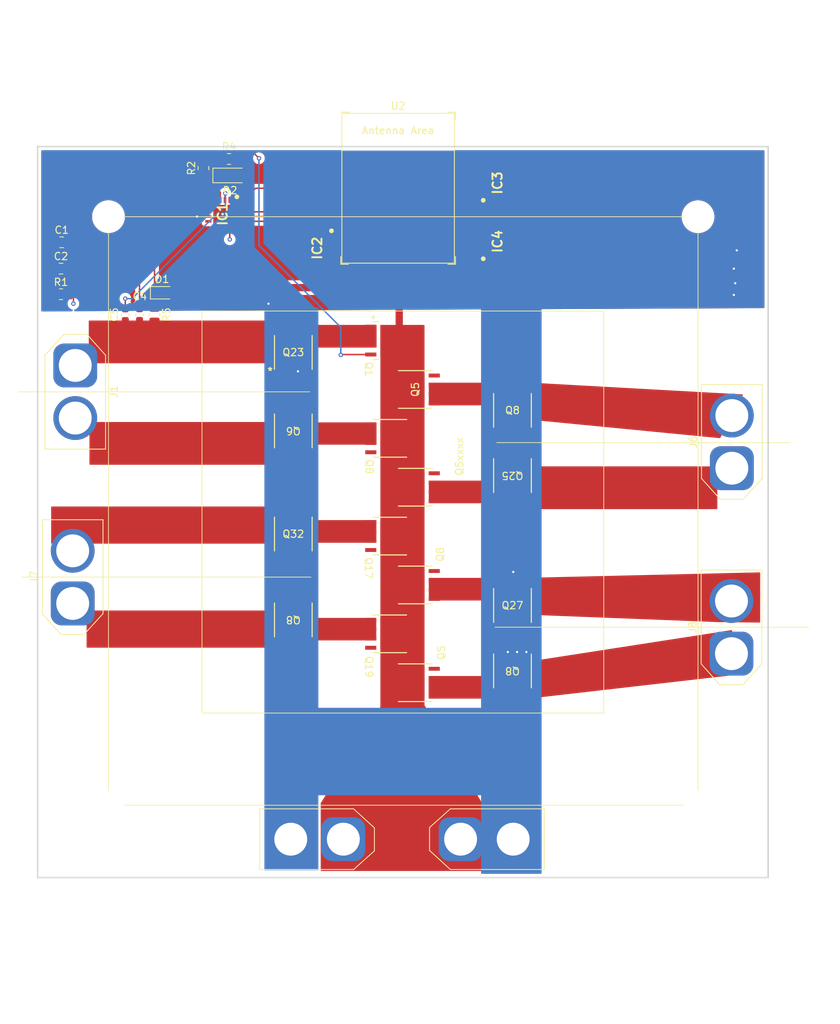
<source format=kicad_pcb>
(kicad_pcb (version 20240108) (generator "pcbnew") (generator_version "8.0")
  (layers (0 "F.Cu" signal) (1 "In1.Cu" signal) (2 "In2.Cu" signal) (31 "B.Cu" signal) (34 "B.Paste" user) (35 "F.Paste" user) (36 "B.SilkS" user "B.Silkscreen") (37 "F.SilkS" user "F.Silkscreen") (38 "B.Mask" user) (39 "F.Mask" user) (44 "Edge.Cuts" user))
  (net 0 "")
  (net 1 "Net-(D1-K)")
  (net 2 "Net-(D2-K)")
  (net 3 "Net-(D4-K)")
  (net 4 "Net-(D5-K)")
  (net 5 "Net-(D6-K)")
  (net 6 "Motor 2 BLI")
  (net 7 "VDD")
  (net 8 "Motor 2 AHI")
  (net 9 "Motor 2 ALI")
  (net 10 "Motor 2 BHI")
  (net 11 "Motor 3 BHI")
  (net 12 "Motor 3 BLI")
  (net 13 "Motor 3 ALI")
  (net 14 "Motor 3 AHI")
  (net 15 "Motor 4 ALI")
  (net 16 "Motor 4 AHI")
  (net 17 "Motor 4 BLI")
  (net 18 "Motor 4 BHI")
  (net 19 "Motor 1 AHI")
  (net 20 "Motor 1 ALI")
  (net 21 "Motor 1 BLI")
  (net 22 "Motor 1 BHI")
  (net 23 "Net-(D3-K)")
  (net 36 "Net-(IC1-AHB)")
  (net 37 "Net-(IC1-BHB)")
  (net 38 "Net-(IC1-EN)")
  (net 40 "GND")
  (net 41 "VBUS")
  (net 42 "/ESP32 Pin Mappings/ESP32 EN")
  (net 43 "Net-(S2-C)")
  (net 44 "+3.3V")
  (net 55 "/AL2/G")
  (net 56 "/AH2/G")
  (net 57 "/AH2/S")
  (net 58 "/AH1/S")
  (net 59 "/AH1/G")
  (net 60 "Net-(IC2-AHB)")
  (net 61 "/BH1/S")
  (net 62 "/BH1/G")
  (net 63 "Net-(IC2-BHB)")
  (net 64 "/BL1/G")
  (net 65 "Net-(D7-K)")
  (net 66 "Net-(D8-K)")
  (net 67 "Net-(D9-K)")
  (net 68 "Net-(D10-K)")
  (net 69 "Net-(D11-K)")
  (net 70 "Net-(D12-K)")
  (net 71 "Net-(IC2-EN)")
  (net 73 "/BH2/S")
  (net 74 "/BH2/G")
  (net 75 "/BL2/G")
  (net 76 "/AH3/S")
  (net 77 "Net-(IC3-AHB)")
  (net 78 "/BH3/S")
  (net 79 "Net-(IC3-BHB)")
  (net 80 "/BL3/G")
  (net 81 "/AL4/G")
  (net 82 "/AH4/S")
  (net 83 "/AH4/G")
  (net 84 "Net-(IC4-AHB)")
  (net 85 "/BH4/G")
  (net 86 "/BH4/S")
  (net 87 "Net-(IC4-BHB)")
  (net 88 "/BL4/G")
  (net 89 "Net-(D13-K)")
  (net 90 "Net-(D14-K)")
  (net 91 "Net-(D15-K)")
  (net 92 "Net-(D16-K)")
  (net 93 "Net-(D17-K)")
  (net 94 "Net-(D18-K)")
  (net 95 "Net-(D19-K)")
  (net 96 "Net-(D20-K)")
  (net 97 "Net-(D21-K)")
  (net 98 "Net-(D22-K)")
  (net 99 "Net-(D23-K)")
  (net 100 "Net-(D24-K)")
  (net 101 "Net-(IC3-EN)")
  (net 104 "Net-(IC4-EN)")
  (net 105 "Net-(D2-A)")
  (footprint "Vishay:PowerPAK_SO-8L_PPKSO8LWLA_Case_Outline_3_VIS" (layer "F.Cu") (at 85 91.7327 180)
    (property "Reference" "Q8" (at 0 0 180) (layer "F.SilkS"))
    (property "Value" "SQJ182EP-T1_GE3")
    (pad "1" smd rect (at -1.905 2.5908 180) (size 0.5334 1.524) (layers "F.Cu" "F.Paste" "F.Mask") (net 40 "GND"))
    (pad "2" smd rect (at -0.635 2.5908 180) (size 0.5334 1.524) (layers "F.Cu" "F.Paste" "F.Mask") (net 40 "GND"))
    (pad "3" smd rect (at 0.635 2.5908 180) (size 0.5334 1.524) (layers "F.Cu" "F.Paste" "F.Mask") (net 40 "GND"))
    (pad "4" smd rect (at 1.905 2.5908 180) (size 0.5334 1.524) (layers "F.Cu" "F.Paste" "F.Mask") (net 88 "/BL4/G"))
    (pad "5" smd rect (at 0 -1.2573 180) (size 4.2418 5.0546) (layers "F.Cu" "F.Paste" "F.Mask") (net 86 "/BH4/S"))
  )
  (footprint "Resistor_SMD:R_0805_2012Metric_Pad1.20x1.40mm_HandSolder" (layer "F.Cu") (at 46.2 21.7 180)
    (property "Reference" "R4" (at 0 1.7 360) (layer "F.SilkS"))
    (property "Value" "6.8R")
    (pad "1" smd roundrect (at -1 0 180) (size 1.2 1.4) (layers "F.Cu" "F.Paste" "F.Mask") (roundrect_rratio 0.208333) (net 105 "Net-(D2-A)"))
    (pad "2" smd roundrect (at 1 0 180) (size 1.2 1.4) (layers "F.Cu" "F.Paste" "F.Mask") (roundrect_rratio 0.208333) (net 59 "/AH1/G"))
  )
  (footprint "Connector_AMASS:AMASS_XT60-M_1x02_P7.20mm_Vertical" (layer "F.Cu") (at 115.03 64 90)
    (property "Reference" "J6" (at 3.6 -5.3 90) (layer "F.SilkS"))
    (property "Value" "Output 1")
    (pad "1" thru_hole roundrect (at 0 0 90) (size 6 6) (drill 4.5) (layers "*.Cu" "*.Mask") (net 73 "/BH2/S"))
    (pad "2" thru_hole circle (at 7.2 0 90) (size 6 6) (drill 4.5) (layers "*.Cu" "*.Mask") (net 57 "/AH2/S"))
  )
  (footprint "MountingHole:MountingHole_4mm" (layer "F.Cu") (at 29.85 110.15 -90)
    (property "Reference" "REF**" (hide yes))
    (property "Value" "MountingHole_4mm")
    (pad "" np_thru_hole circle (at 0 0 270) (size 4 4) (drill 4) (layers "*.Cu" "*.Mask"))
  )
  (footprint "Connector_AMASS:AMASS_XT60-M_1x02_P7.20mm_Vertical" (layer "F.Cu") (at 25.15 49.94 -90)
    (property "Reference" "J1" (at 3.6 -5.3 90) (layer "F.SilkS"))
    (property "Value" "")
    (pad "1" thru_hole roundrect (at 0 0 270) (size 6 6) (drill 4.5) (layers "*.Cu" "*.Mask") (net 58 "/AH1/S"))
    (pad "2" thru_hole circle (at 7.2 0 270) (size 6 6) (drill 4.5) (layers "*.Cu" "*.Mask") (net 61 "/BH1/S"))
  )
  (footprint "Resistor_SMD:R_0805_2012Metric_Pad1.20x1.40mm_HandSolder" (layer "F.Cu") (at 36 43 -90)
    (property "Reference" "R5" (at 0 -1.65 90) (layer "F.SilkS"))
    (property "Value" "3.3R")
    (pad "1" smd roundrect (at -1 0 270) (size 1.2 1.4) (layers "F.Cu" "F.Paste" "F.Mask") (roundrect_rratio 0.208333) (net 1 "Net-(D1-K)"))
    (pad "2" smd roundrect (at 1 0 270) (size 1.2 1.4) (layers "F.Cu" "F.Paste" "F.Mask") (roundrect_rratio 0.208333) (net 58 "/AH1/S"))
  )
  (footprint "Vishay:PowerPAK_SO-8L_PPKSO8LWLA_Case_Outline_3_VIS" (layer "F.Cu") (at 85 56.0873)
    (property "Reference" "Q8" (at 0 0 0) (layer "F.SilkS"))
    (property "Value" "SQJ182EP-T1_GE3")
    (pad "1" smd rect (at -1.905 2.5908) (size 0.5334 1.524) (layers "F.Cu" "F.Paste" "F.Mask") (net 40 "GND"))
    (pad "2" smd rect (at -0.635 2.5908) (size 0.5334 1.524) (layers "F.Cu" "F.Paste" "F.Mask") (net 40 "GND"))
    (pad "3" smd rect (at 0.635 2.5908) (size 0.5334 1.524) (layers "F.Cu" "F.Paste" "F.Mask") (net 40 "GND"))
    (pad "4" smd rect (at 1.905 2.5908) (size 0.5334 1.524) (layers "F.Cu" "F.Paste" "F.Mask") (net 55 "/AL2/G"))
    (pad "5" smd rect (at 0 -1.2573) (size 4.2418 5.0546) (layers "F.Cu" "F.Paste" "F.Mask") (net 57 "/AH2/S"))
  )
  (footprint "Capacitor_SMD:C_0603_1608Metric_Pad1.08x0.95mm_HandSolder" (layer "F.Cu") (at 32 43 -90)
    (property "Reference" "C5" (at 0 1.5 90) (layer "F.SilkS"))
    (property "Value" "10uf")
    (pad "1" smd roundrect (at -0.8625 0 270) (size 1.075 0.95) (layers "F.Cu" "F.Paste" "F.Mask") (net 36 "Net-(IC1-AHB)"))
    (pad "2" smd roundrect (at 0.8625 0 270) (size 1.075 0.95) (layers "F.Cu" "F.Paste" "F.Mask") (net 58 "/AH1/S"))
  )
  (footprint "PCM_Espressif:ESP32-S3-MINI-1" (layer "F.Cu") (at 69.35 28.25)
    (property "Reference" "U2" (at 0 -13.8 0) (layer "F.SilkS"))
    (property "Value" "ESP32-S3-MINI-1")
    (fp_text user "Antenna Area" (at 0 -10.45 0) (layer "F.SilkS"))
    (pad "1" smd rect (at -7 -5.95 90) (size 0.4 0.8) (layers "F.Cu" "F.Paste" "F.Mask") (net 40 "GND"))
    (pad "2" smd rect (at -7 -5.1 90) (size 0.4 0.8) (layers "F.Cu" "F.Paste" "F.Mask") (net 40 "GND"))
    (pad "3" smd rect (at -7 -4.25 90) (size 0.4 0.8) (layers "F.Cu" "F.Paste" "F.Mask") (net 44 "+3.3V"))
    (pad "4" smd rect (at -7 -3.4 90) (size 0.4 0.8) (layers "F.Cu" "F.Paste" "F.Mask") (net 43 "Net-(S2-C)"))
    (pad "5" smd rect (at -7 -2.55 90) (size 0.4 0.8) (layers "F.Cu" "F.Paste" "F.Mask") (net 19 "Motor 1 AHI"))
    (pad "6" smd rect (at -7 -1.7 90) (size 0.4 0.8) (layers "F.Cu" "F.Paste" "F.Mask") (net 20 "Motor 1 ALI"))
    (pad "7" smd rect (at -7 -0.85 90) (size 0.4 0.8) (layers "F.Cu" "F.Paste" "F.Mask") (net 21 "Motor 1 BLI"))
    (pad "8" smd rect (at -7 0 90) (size 0.4 0.8) (layers "F.Cu" "F.Paste" "F.Mask") (net 22 "Motor 1 BHI"))
    (pad "9" smd rect (at -7 0.85 90) (size 0.4 0.8) (layers "F.Cu" "F.Paste" "F.Mask") (net 8 "Motor 2 AHI"))
    (pad "10" smd rect (at -7 1.7 90) (size 0.4 0.8) (layers "F.Cu" "F.Paste" "F.Mask") (net 9 "Motor 2 ALI"))
    (pad "11" smd rect (at -7 2.55 90) (size 0.4 0.8) (layers "F.Cu" "F.Paste" "F.Mask") (net 6 "Motor 2 BLI"))
    (pad "12" smd rect (at -7 3.4 90) (size 0.4 0.8) (layers "F.Cu" "F.Paste" "F.Mask") (net 10 "Motor 2 BHI"))
    (pad "13" smd rect (at -7 4.25 90) (size 0.4 0.8) (layers "F.Cu" "F.Paste" "F.Mask") (net 14 "Motor 3 AHI"))
    (pad "14" smd rect (at -7 5.1 90) (size 0.4 0.8) (layers "F.Cu" "F.Paste" "F.Mask") (net 13 "Motor 3 ALI"))
    (pad "15" smd rect (at -7 5.95 90) (size 0.4 0.8) (layers "F.Cu" "F.Paste" "F.Mask") (net 12 "Motor 3 BLI"))
    (pad "16" smd rect (at -5.95 7) (size 0.4 0.8) (layers "F.Cu" "F.Paste" "F.Mask") (net 11 "Motor 3 BHI"))
    (pad "17" smd rect (at -5.1 7) (size 0.4 0.8) (layers "F.Cu" "F.Paste" "F.Mask") (net 16 "Motor 4 AHI"))
    (pad "18" smd rect (at -4.25 7) (size 0.4 0.8) (layers "F.Cu" "F.Paste" "F.Mask") (net 15 "Motor 4 ALI"))
    (pad "19" smd rect (at -3.4 7) (size 0.4 0.8) (layers "F.Cu" "F.Paste" "F.Mask"))
    (pad "20" smd rect (at -2.55 7) (size 0.4 0.8) (layers "F.Cu" "F.Paste" "F.Mask"))
    (pad "21" smd rect (at -1.7 7) (size 0.4 0.8) (layers "F.Cu" "F.Paste" "F.Mask") (net 17 "Motor 4 BLI"))
    (pad "22" smd rect (at -0.85 7) (size 0.4 0.8) (layers "F.Cu" "F.Paste" "F.Mask") (net 18 "Motor 4 BHI"))
    (pad "23" smd rect (at 0 7) (size 0.4 0.8) (layers "F.Cu" "F.Paste" "F.Mask"))
    (pad "24" smd rect (at 0.85 7) (size 0.4 0.8) (layers "F.Cu" "F.Paste" "F.Mask"))
    (pad "25" smd rect (at 1.7 7) (size 0.4 0.8) (layers "F.Cu" "F.Paste" "F.Mask"))
    (pad "26" smd rect (at 2.55 7) (size 0.4 0.8) (layers "F.Cu" "F.Paste" "F.Mask"))
    (pad "27" smd rect (at 3.4 7) (size 0.4 0.8) (layers "F.Cu" "F.Paste" "F.Mask"))
    (pad "28" smd rect (at 4.25 7) (size 0.4 0.8) (layers "F.Cu" "F.Paste" "F.Mask"))
    (pad "29" smd rect (at 5.1 7) (size 0.4 0.8) (layers "F.Cu" "F.Paste" "F.Mask"))
    (pad "30" smd rect (at 5.95 7) (size 0.4 0.8) (layers "F.Cu" "F.Paste" "F.Mask"))
    (pad "31" smd rect (at 7 5.95 90) (size 0.4 0.8) (layers "F.Cu" "F.Paste" "F.Mask"))
    (pad "32" smd rect (at 7 5.1 90) (size 0.4 0.8) (layers "F.Cu" "F.Paste" "F.Mask"))
    (pad "33" smd rect (at 7 4.25 90) (size 0.4 0.8) (layers "F.Cu" "F.Paste" "F.Mask"))
    (pad "34" smd rect (at 7 3.4 90) (size 0.4 0.8) (layers "F.Cu" "F.Paste" "F.Mask"))
    (pad "35" smd rect (at 7 2.55 90) (size 0.4 0.8) (layers "F.Cu" "F.Paste" "F.Mask"))
    (pad "36" smd rect (at 7 1.7 90) (size 0.4 0.8) (layers "F.Cu" "F.Paste" "F.Mask"))
    (pad "37" smd rect (at 7 0.85 90) (size 0.4 0.8) (layers "F.Cu" "F.Paste" "F.Mask"))
    (pad "38" smd rect (at 7 0 90) (size 0.4 0.8) (layers "F.Cu" "F.Paste" "F.Mask"))
    (pad "39" smd rect (at 7 -0.85 90) (size 0.4 0.8) (layers "F.Cu" "F.Paste" "F.Mask"))
    (pad "40" smd rect (at 7 -1.7 90) (size 0.4 0.8) (layers "F.Cu" "F.Paste" "F.Mask"))
    (pad "41" smd rect (at 7 -2.55 90) (size 0.4 0.8) (layers "F.Cu" "F.Paste" "F.Mask"))
    (pad "42" smd rect (at 7 -3.4 90) (size 0.4 0.8) (layers "F.Cu" "F.Paste" "F.Mask") (net 40 "GND"))
    (pad "43" smd rect (at 7 -4.25 90) (size 0.4 0.8) (layers "F.Cu" "F.Paste" "F.Mask") (net 40 "GND"))
    (pad "44" smd rect (at 7 -5.1 90) (size 0.4 0.8) (layers "F.Cu" "F.Paste" "F.Mask"))
    (pad "45" smd rect (at 7 -5.95 90) (size 0.4 0.8) (layers "F.Cu" "F.Paste" "F.Mask") (net 42 "/ESP32 Pin Mappings/ESP32 EN"))
    (pad "46" smd rect (at 5.95 -7) (size 0.4 0.8) (layers "F.Cu" "F.Paste" "F.Mask") (net 40 "GND"))
    (pad "47" smd rect (at 5.1 -7) (size 0.4 0.8) (layers "F.Cu" "F.Paste" "F.Mask") (net 40 "GND"))
    (pad "48" smd rect (at 4.25 -7) (size 0.4 0.8) (layers "F.Cu" "F.Paste" "F.Mask") (net 40 "GND"))
    (pad "49" smd rect (at 3.4 -7) (size 0.4 0.8) (layers "F.Cu" "F.Paste" "F.Mask") (net 40 "GND"))
    (pad "50" smd rect (at 2.55 -7) (size 0.4 0.8) (layers "F.Cu" "F.Paste" "F.Mask") (net 40 "GND"))
    (pad "51" smd rect (at 1.7 -7) (size 0.4 0.8) (layers "F.Cu" "F.Paste" "F.Mask") (net 40 "GND"))
    (pad "52" smd rect (at 0.85 -7) (size 0.4 0.8) (layers "F.Cu" "F.Paste" "F.Mask") (net 40 "GND"))
    (pad "53" smd rect (at 0 -7) (size 0.4 0.8) (layers "F.Cu" "F.Paste" "F.Mask") (net 40 "GND"))
    (pad "54" smd rect (at -0.85 -7) (size 0.4 0.8) (layers "F.Cu" "F.Paste" "F.Mask") (net 40 "GND"))
    (pad "55" smd rect (at -1.7 -7) (size 0.4 0.8) (layers "F.Cu" "F.Paste" "F.Mask") (net 40 "GND"))
    (pad "56" smd rect (at -2.55 -7) (size 0.4 0.8) (layers "F.Cu" "F.Paste" "F.Mask") (net 40 "GND"))
    (pad "57" smd rect (at -3.4 -7) (size 0.4 0.8) (layers "F.Cu" "F.Paste" "F.Mask") (net 40 "GND"))
    (pad "58" smd rect (at -4.25 -7) (size 0.4 0.8) (layers "F.Cu" "F.Paste" "F.Mask") (net 40 "GND"))
    (pad "59" smd rect (at -5.1 -7) (size 0.4 0.8) (layers "F.Cu" "F.Paste" "F.Mask") (net 40 "GND"))
    (pad "60" smd rect (at -5.95 -7) (size 0.4 0.8) (layers "F.Cu" "F.Paste" "F.Mask") (net 40 "GND"))
    (pad "61" smd custom (at -1.65 -1.65) (size 0.6 0.6) (layers "F.Cu" "F.Paste" "F.Mask") (net 40 "GND") (options (clearance outline) (anchor rect)) (primitives (gr_poly (pts (xy 0.6 0.6) (xy -0.6 0.6) (xy -0.6 0) (xy 0 -0.6) (xy 0.6 -0.6)) (width 0) (fill yes))))
    (pad "61" smd rect (at -1.65 0) (size 1.2 1.2) (layers "F.Cu" "F.Paste" "F.Mask") (net 40 "GND"))
    (pad "61" smd rect (at -1.65 1.65) (size 1.2 1.2) (layers "F.Cu" "F.Paste" "F.Mask") (net 40 "GND"))
    (pad "61" smd rect (at 0 -1.65) (size 1.2 1.2) (layers "F.Cu" "F.Paste" "F.Mask") (net 40 "GND"))
    (pad "61" smd rect (at 0 0) (size 1.2 1.2) (layers "F.Cu" "F.Paste" "F.Mask") (net 40 "GND"))
    (pad "61" smd rect (at 0 1.65) (size 1.2 1.2) (layers "F.Cu" "F.Paste" "F.Mask") (net 40 "GND"))
    (pad "61" smd rect (at 1.65 -1.65) (size 1.2 1.2) (layers "F.Cu" "F.Paste" "F.Mask") (net 40 "GND"))
    (pad "61" smd rect (at 1.65 0) (size 1.2 1.2) (layers "F.Cu" "F.Paste" "F.Mask") (net 40 "GND"))
    (pad "61" smd rect (at 1.65 1.65) (size 1.2 1.2) (layers "F.Cu" "F.Paste" "F.Mask") (net 40 "GND"))
    (pad "62" smd rect (at -7 -7 180) (size 0.8 0.8) (layers "F.Cu" "F.Paste" "F.Mask") (net 40 "GND"))
    (pad "63" smd rect (at -7 7 180) (size 0.8 0.8) (layers "F.Cu" "F.Paste" "F.Mask") (net 40 "GND"))
    (pad "64" smd rect (at 7 7 180) (size 0.8 0.8) (layers "F.Cu" "F.Paste" "F.Mask") (net 40 "GND"))
    (pad "65" smd rect (at 7 -7 180) (size 0.8 0.8) (layers "F.Cu" "F.Paste" "F.Mask") (net 40 "GND"))
    (zone (net 0) (net_name "") (layers "*.Cu") (name "antenna keepout") (connect_pads (clearance 0)) (min_thickness 0.254)
      (keepout (tracks not_allowed) (vias not_allowed) (pads not_allowed) (copperpour not_allowed) (footprints not_allowed))
      (fill (thermal_gap 0.508) (thermal_bridge_width 0.508))
      (polygon (pts (xy 77.05 20.55) (xy 61.65 20.55) (xy 61.65 15.45) (xy 77.05 15.45)))
    )
  )
  (footprint "Capacitor_SMD:C_0805_2012Metric" (layer "F.Cu") (at 23.2 36.7)
    (property "Reference" "C2" (at 0 -1.68 360) (layer "F.SilkS"))
    (property "Value" "1uf")
    (pad "1" smd roundrect (at -0.95 0) (size 1 1.45) (layers "F.Cu" "F.Paste" "F.Mask") (net 7 "VDD"))
    (pad "2" smd roundrect (at 0.95 0) (size 1 1.45) (layers "F.Cu" "F.Paste" "F.Mask") (net 40 "GND"))
  )
  (footprint "Connector_AMASS:AMASS_XT60-M_1x02_P7.20mm_Vertical" (layer "F.Cu") (at 114.98 89.37 90)
    (property "Reference" "J8" (at 3.6 -5.3 90) (layer "F.SilkS"))
    (property "Value" "Output 1")
    (pad "1" thru_hole roundrect (at 0 0 90) (size 6 6) (drill 4.5) (layers "*.Cu" "*.Mask") (net 86 "/BH4/S"))
    (pad "2" thru_hole circle (at 7.2 0 90) (size 6 6) (drill 4.5) (layers "*.Cu" "*.Mask") (net 82 "/AH4/S"))
  )
  (footprint "Capacitor_SMD:C_0805_2012Metric" (layer "F.Cu") (at 23.3 33.1)
    (property "Reference" "C1" (at 0 -1.68 0) (layer "F.SilkS"))
    (property "Value" "10uf")
    (pad "1" smd roundrect (at -0.95 0) (size 1 1.45) (layers "F.Cu" "F.Paste" "F.Mask") (net 7 "VDD"))
    (pad "2" smd roundrect (at 0.95 0) (size 1 1.45) (layers "F.Cu" "F.Paste" "F.Mask") (net 40 "GND"))
  )
  (footprint "SamacSys_Parts:QFN65P400X400X90-17N-D" (layer "F.Cu") (at 58.275 33.9 -90)
    (property "Reference" "IC2" (at 0 0 90) (layer "F.SilkS") (effects (font (size 1.27 1.27) (thickness 0.254))))
    (property "Value" "MIC4606-1YML-TR" (hide yes))
    (pad "1" smd rect (at -1.95 -0.975) (size 0.35 0.85) (layers "F.Cu" "F.Paste" "F.Mask"))
    (pad "2" smd rect (at -1.95 -0.325) (size 0.35 0.85) (layers "F.Cu" "F.Paste" "F.Mask") (net 60 "Net-(IC2-AHB)"))
    (pad "3" smd rect (at -1.95 0.325) (size 0.35 0.85) (layers "F.Cu" "F.Paste" "F.Mask") (net 66 "Net-(D8-K)"))
    (pad "4" smd rect (at -1.95 0.975) (size 0.35 0.85) (layers "F.Cu" "F.Paste" "F.Mask") (net 65 "Net-(D7-K)"))
    (pad "5" smd rect (at -0.975 1.95 270) (size 0.35 0.85) (layers "F.Cu" "F.Paste" "F.Mask") (net 67 "Net-(D9-K)"))
    (pad "6" smd rect (at -0.325 1.95 270) (size 0.35 0.85) (layers "F.Cu" "F.Paste" "F.Mask") (net 7 "VDD"))
    (pad "7" smd rect (at 0.325 1.95 270) (size 0.35 0.85) (layers "F.Cu" "F.Paste" "F.Mask") (net 40 "GND"))
    (pad "8" smd rect (at 0.975 1.95 270) (size 0.35 0.85) (layers "F.Cu" "F.Paste" "F.Mask") (net 69 "Net-(D11-K)"))
    (pad "9" smd rect (at 1.95 0.975) (size 0.35 0.85) (layers "F.Cu" "F.Paste" "F.Mask") (net 70 "Net-(D12-K)"))
    (pad "10" smd rect (at 1.95 0.325) (size 0.35 0.85) (layers "F.Cu" "F.Paste" "F.Mask") (net 68 "Net-(D10-K)"))
    (pad "11" smd rect (at 1.95 -0.325) (size 0.35 0.85) (layers "F.Cu" "F.Paste" "F.Mask") (net 63 "Net-(IC2-BHB)"))
    (pad "12" smd rect (at 1.95 -0.975) (size 0.35 0.85) (layers "F.Cu" "F.Paste" "F.Mask") (net 71 "Net-(IC2-EN)"))
    (pad "13" smd rect (at 0.975 -1.95 270) (size 0.35 0.85) (layers "F.Cu" "F.Paste" "F.Mask") (net 10 "Motor 2 BHI"))
    (pad "14" smd rect (at 0.325 -1.95 270) (size 0.35 0.85) (layers "F.Cu" "F.Paste" "F.Mask") (net 6 "Motor 2 BLI"))
    (pad "15" smd rect (at -0.325 -1.95 270) (size 0.35 0.85) (layers "F.Cu" "F.Paste" "F.Mask") (net 9 "Motor 2 ALI"))
    (pad "16" smd rect (at -0.975 -1.95 270) (size 0.35 0.85) (layers "F.Cu" "F.Paste" "F.Mask") (net 8 "Motor 2 AHI"))
    (pad "17" smd rect (at 0 0 270) (size 2.55 2.55) (layers "F.Cu" "F.Paste" "F.Mask") (net 40 "GND"))
  )
  (footprint "Vishay:PowerPAK_SO-8L_PPKSO8LWLA_Case_Outline_3_VIS" (layer "F.Cu") (at 68.1908 73.285714 -90)
    (property "Reference" "Q17" (at 4.374286 2.8908 -90) (layer "F.SilkS"))
    (property "Value" "SQJ182EP-T1_GE3")
    (pad "1" smd rect (at -1.905 2.5908 270) (size 0.5334 1.524) (layers "F.Cu" "F.Paste" "F.Mask") (net 61 "/BH1/S"))
    (pad "2" smd rect (at -0.635 2.5908 270) (size 0.5334 1.524) (layers "F.Cu" "F.Paste" "F.Mask") (net 61 "/BH1/S"))
    (pad "3" smd rect (at 0.635 2.5908 270) (size 0.5334 1.524) (layers "F.Cu" "F.Paste" "F.Mask") (net 61 "/BH1/S"))
    (pad "4" smd rect (at 1.905 2.5908 270) (size 0.5334 1.524) (layers "F.Cu" "F.Paste" "F.Mask") (net 62 "/BH1/G"))
    (pad "5" smd rect (at 0 -1.2573 270) (size 4.2418 5.0546) (layers "F.Cu" "F.Paste" "F.Mask") (net 41 "VBUS"))
  )
  (footprint "Vishay:PowerPAK_SO-8L_PPKSO8LWLA_Case_Outline_3_VIS" (layer "F.Cu") (at 71.7 53.228572 90)
    (property "Reference" "Q5" (at 0 0 90) (layer "F.SilkS"))
    (property "Value" "SQJ182EP-T1_GE3")
    (pad "1" smd rect (at -1.905 2.5908 90) (size 0.5334 1.524) (layers "F.Cu" "F.Paste" "F.Mask") (net 57 "/AH2/S"))
    (pad "2" smd rect (at -0.635 2.5908 90) (size 0.5334 1.524) (layers "F.Cu" "F.Paste" "F.Mask") (net 57 "/AH2/S"))
    (pad "3" smd rect (at 0.635 2.5908 90) (size 0.5334 1.524) (layers "F.Cu" "F.Paste" "F.Mask") (net 57 "/AH2/S"))
    (pad "4" smd rect (at 1.905 2.5908 90) (size 0.5334 1.524) (layers "F.Cu" "F.Paste" "F.Mask") (net 56 "/AH2/G"))
    (pad "5" smd rect (at 0 -1.2573 90) (size 4.2418 5.0546) (layers "F.Cu" "F.Paste" "F.Mask") (net 41 "VBUS"))
  )
  (footprint "Capacitor_SMD:C_0603_1608Metric_Pad1.08x0.95mm_HandSolder" (layer "F.Cu") (at 33.95 42.9875 -90)
    (property "Reference" "C4" (at -2.4875 -0.05 180) (layer "F.SilkS"))
    (property "Value" "4700pF")
    (pad "1" smd roundrect (at -0.8625 0 270) (size 1.075 0.95) (layers "F.Cu" "F.Paste" "F.Mask") (net 59 "/AH1/G"))
    (pad "2" smd roundrect (at 0.8625 0 270) (size 1.075 0.95) (layers "F.Cu" "F.Paste" "F.Mask") (net 58 "/AH1/S"))
  )
  (footprint "SamacSys_Parts:QFN65P400X400X90-17N-D" (layer "F.Cu") (at 82.95 24.975 90)
    (property "Reference" "IC3" (at 0 0 90) (layer "F.SilkS") (effects (font (size 1.27 1.27) (thickness 0.254))))
    (property "Value" "MIC4606-1YML-TR" (hide yes))
    (pad "1" smd rect (at -1.95 -0.975 180) (size 0.35 0.85) (layers "F.Cu" "F.Paste" "F.Mask"))
    (pad "2" smd rect (at -1.95 -0.325 180) (size 0.35 0.85) (layers "F.Cu" "F.Paste" "F.Mask") (net 77 "Net-(IC3-AHB)"))
    (pad "3" smd rect (at -1.95 0.325 180) (size 0.35 0.85) (layers "F.Cu" "F.Paste" "F.Mask") (net 90 "Net-(D14-K)"))
    (pad "4" smd rect (at -1.95 0.975 180) (size 0.35 0.85) (layers "F.Cu" "F.Paste" "F.Mask") (net 89 "Net-(D13-K)"))
    (pad "5" smd rect (at -0.975 1.95 90) (size 0.35 0.85) (layers "F.Cu" "F.Paste" "F.Mask") (net 91 "Net-(D15-K)"))
    (pad "6" smd rect (at -0.325 1.95 90) (size 0.35 0.85) (layers "F.Cu" "F.Paste" "F.Mask") (net 7 "VDD"))
    (pad "7" smd rect (at 0.325 1.95 90) (size 0.35 0.85) (layers "F.Cu" "F.Paste" "F.Mask") (net 40 "GND"))
    (pad "8" smd rect (at 0.975 1.95 90) (size 0.35 0.85) (layers "F.Cu" "F.Paste" "F.Mask") (net 93 "Net-(D17-K)"))
    (pad "9" smd rect (at 1.95 0.975 180) (size 0.35 0.85) (layers "F.Cu" "F.Paste" "F.Mask") (net 94 "Net-(D18-K)"))
    (pad "10" smd rect (at 1.95 0.325 180) (size 0.35 0.85) (layers "F.Cu" "F.Paste" "F.Mask") (net 92 "Net-(D16-K)"))
    (pad "11" smd rect (at 1.95 -0.325 180) (size 0.35 0.85) (layers "F.Cu" "F.Paste" "F.Mask") (net 79 "Net-(IC3-BHB)"))
    (pad "12" smd rect (at 1.95 -0.975 180) (size 0.35 0.85) (layers "F.Cu" "F.Paste" "F.Mask") (net 101 "Net-(IC3-EN)"))
    (pad "13" smd rect (at 0.975 -1.95 90) (size 0.35 0.85) (layers "F.Cu" "F.Paste" "F.Mask") (net 11 "Motor 3 BHI"))
    (pad "14" smd rect (at 0.325 -1.95 90) (size 0.35 0.85) (layers "F.Cu" "F.Paste" "F.Mask") (net 12 "Motor 3 BLI"))
    (pad "15" smd rect (at -0.325 -1.95 90) (size 0.35 0.85) (layers "F.Cu" "F.Paste" "F.Mask") (net 13 "Motor 3 ALI"))
    (pad "16" smd rect (at -0.975 -1.95 90) (size 0.35 0.85) (layers "F.Cu" "F.Paste" "F.Mask") (net 14 "Motor 3 AHI"))
    (pad "17" smd rect (at 0 0 90) (size 2.55 2.55) (layers "F.Cu" "F.Paste" "F.Mask") (net 40 "GND"))
  )
  (footprint "MountingHole:MountingHole_4mm" (layer "F.Cu") (at 110.4 29.6 -90)
    (property "Reference" "REF**" (hide yes))
    (property "Value" "MountingHole_4mm")
    (pad "" np_thru_hole circle (at 0 0 270) (size 4 4) (drill 4) (layers "*.Cu" "*.Mask"))
  )
  (footprint "Resistor_SMD:R_0805_2012Metric_Pad1.20x1.40mm_HandSolder" (layer "F.Cu") (at 42.7 22.95 90)
    (property "Reference" "R2" (at 0 -1.65 90) (layer "F.SilkS"))
    (property "Value" "18R")
    (pad "1" smd roundrect (at -1 0 90) (size 1.2 1.4) (layers "F.Cu" "F.Paste" "F.Mask") (roundrect_rratio 0.208333) (net 2 "Net-(D2-K)"))
    (pad "2" smd roundrect (at 1 0 90) (size 1.2 1.4) (layers "F.Cu" "F.Paste" "F.Mask") (roundrect_rratio 0.208333) (net 59 "/AH1/G"))
  )
  (footprint "Diode_SMD:D_SOD-323" (layer "F.Cu") (at 37.05 40)
    (property "Reference" "D1" (at 0 -1.85 360) (layer "F.SilkS"))
    (property "Value" "BAS316")
    (pad "1" smd roundrect (at -1.05 0) (size 0.6 0.45) (layers "F.Cu" "F.Paste" "F.Mask") (net 1 "Net-(D1-K)"))
    (pad "2" smd roundrect (at 1.05 0) (size 0.6 0.45) (layers "F.Cu" "F.Paste" "F.Mask") (net 40 "GND"))
  )
  (footprint "MountingHole:MountingHole_4mm" (layer "F.Cu") (at 29.7 29.59 -90)
    (property "Reference" "REF**" (hide yes))
    (property "Value" "MountingHole_4mm")
    (pad "" np_thru_hole circle (at 0 0 270) (size 4 4) (drill 4) (layers "*.Cu" "*.Mask"))
  )
  (footprint "Vishay:PowerPAK_SO-8L_PPKSO8LWLA_Case_Outline_3_VIS" (layer "F.Cu") (at 68.2 59.914286 -90)
    (property "Reference" "Q8" (at 3.875714 2.78 -90) (layer "F.SilkS"))
    (property "Value" "SQJ182EP-T1_GE3")
    (pad "1" smd rect (at -1.905 2.5908 270) (size 0.5334 1.524) (layers "F.Cu" "F.Paste" "F.Mask") (net 61 "/BH1/S"))
    (pad "2" smd rect (at -0.635 2.5908 270) (size 0.5334 1.524) (layers "F.Cu" "F.Paste" "F.Mask") (net 61 "/BH1/S"))
    (pad "3" smd rect (at 0.635 2.5908 270) (size 0.5334 1.524) (layers "F.Cu" "F.Paste" "F.Mask") (net 61 "/BH1/S"))
    (pad "4" smd rect (at 1.905 2.5908 270) (size 0.5334 1.524) (layers "F.Cu" "F.Paste" "F.Mask") (net 62 "/BH1/G"))
    (pad "5" smd rect (at 0 -1.2573 270) (size 4.2418 5.0546) (layers "F.Cu" "F.Paste" "F.Mask") (net 41 "VBUS"))
  )
  (footprint "Vishay:PowerPAK_SO-8L_PPKSO8LWLA_Case_Outline_3_VIS" (layer "F.Cu") (at 71.7 79.971428 90)
    (property "Reference" "Q8" (at 4.191428 3.41 90) (layer "F.SilkS"))
    (property "Value" "SQJ182EP-T1_GE3")
    (pad "1" smd rect (at -1.905 2.5908 90) (size 0.5334 1.524) (layers "F.Cu" "F.Paste" "F.Mask") (net 82 "/AH4/S"))
    (pad "2" smd rect (at -0.635 2.5908 90) (size 0.5334 1.524) (layers "F.Cu" "F.Paste" "F.Mask") (net 82 "/AH4/S"))
    (pad "3" smd rect (at 0.635 2.5908 90) (size 0.5334 1.524) (layers "F.Cu" "F.Paste" "F.Mask") (net 82 "/AH4/S"))
    (pad "4" smd rect (at 1.905 2.5908 90) (size 0.5334 1.524) (layers "F.Cu" "F.Paste" "F.Mask") (net 83 "/AH4/G"))
    (pad "5" smd rect (at 0 -1.2573 90) (size 4.2418 5.0546) (layers "F.Cu" "F.Paste" "F.Mask") (net 41 "VBUS"))
  )
  (footprint "Connector_AMASS:AMASS_XT60-M_1x02_P7.20mm_Vertical" (layer "F.Cu") (at 77.9 114.75)
    (property "Reference" "xxx" (hide yes))
    (property "Value" "")
    (pad "1" thru_hole roundrect (at 0 0) (size 6 6) (drill 4.5) (layers "*.Cu" "*.Mask"))
    (pad "2" thru_hole circle (at 7.2 0) (size 6 6) (drill 4.5) (layers "*.Cu" "*.Mask") (net 40 "GND"))
  )
  (footprint "Vishay:PowerPAK_SO-8L_PPKSO8LWLA_Case_Outline_3_VIS" (layer "F.Cu") (at 71.7 93.342858 90)
    (property "Reference" "Q5" (at 4.102858 3.57 90) (layer "F.SilkS"))
    (property "Value" "SQJ182EP-T1_GE3")
    (pad "1" smd rect (at -1.905 2.5908 90) (size 0.5334 1.524) (layers "F.Cu" "F.Paste" "F.Mask") (net 86 "/BH4/S"))
    (pad "2" smd rect (at -0.635 2.5908 90) (size 0.5334 1.524) (layers "F.Cu" "F.Paste" "F.Mask") (net 86 "/BH4/S"))
    (pad "3" smd rect (at 0.635 2.5908 90) (size 0.5334 1.524) (layers "F.Cu" "F.Paste" "F.Mask") (net 86 "/BH4/S"))
    (pad "4" smd rect (at 1.905 2.5908 90) (size 0.5334 1.524) (layers "F.Cu" "F.Paste" "F.Mask") (net 85 "/BH4/G"))
    (pad "5" smd rect (at 0 -1.2573 90) (size 4.2418 5.0546) (layers "F.Cu" "F.Paste" "F.Mask") (net 41 "VBUS"))
  )
  (footprint "Vishay:PowerPAK_SO-8L_PPKSO8LWLA_Case_Outline_3_VIS" (layer "F.Cu") (at 85 65.0127 180)
    (property "Reference" "Q25" (at 0 0 180) (layer "F.SilkS"))
    (property "Value" "SQJ182EP-T1_GE3")
    (pad "1" smd rect (at -1.905 2.5908 180) (size 0.5334 1.524) (layers "F.Cu" "F.Paste" "F.Mask") (net 40 "GND"))
    (pad "2" smd rect (at -0.635 2.5908 180) (size 0.5334 1.524) (layers "F.Cu" "F.Paste" "F.Mask") (net 40 "GND"))
    (pad "3" smd rect (at 0.635 2.5908 180) (size 0.5334 1.524) (layers "F.Cu" "F.Paste" "F.Mask") (net 40 "GND"))
    (pad "4" smd rect (at 1.905 2.5908 180) (size 0.5334 1.524) (layers "F.Cu" "F.Paste" "F.Mask") (net 75 "/BL2/G"))
    (pad "5" smd rect (at 0 -1.2573 180) (size 4.2418 5.0546) (layers "F.Cu" "F.Paste" "F.Mask") (net 73 "/BH2/S"))
  )
  (footprint "Vishay:PowerPAK_SO-8L_PPKSO8LWLA_Case_Outline_3_VIS" (layer "F.Cu") (at 68.2 46.542858 -90)
    (property "Reference" "Q1" (at 3.897142 2.86 -90) (layer "F.SilkS"))
    (property "Value" "SQJ182EP-T1_GE3")
    (fp_text user "*" (at -3.175 2.5908 -90) (layer "F.SilkS"))
    (pad "1" smd rect (at -1.905 2.5908 270) (size 0.5334 1.524) (layers "F.Cu" "F.Paste" "F.Mask") (net 58 "/AH1/S"))
    (pad "2" smd rect (at -0.635 2.5908 270) (size 0.5334 1.524) (layers "F.Cu" "F.Paste" "F.Mask") (net 58 "/AH1/S"))
    (pad "3" smd rect (at 0.635 2.5908 270) (size 0.5334 1.524) (layers "F.Cu" "F.Paste" "F.Mask") (net 58 "/AH1/S"))
    (pad "4" smd rect (at 1.905 2.5908 270) (size 0.5334 1.524) (layers "F.Cu" "F.Paste" "F.Mask") (net 59 "/AH1/G"))
    (pad "5" smd rect (at 0 -1.2573 270) (size 4.2418 5.0546) (layers "F.Cu" "F.Paste" "F.Mask") (net 41 "VBUS"))
  )
  (footprint "Vishay:PowerPAK_SO-8L_PPKSO8LWLA_Case_Outline_3_VIS" (layer "F.Cu") (at 55 48.1573)
    (property "Reference" "Q23" (at 0 0 0) (layer "F.SilkS"))
    (property "Value" "SQJ182EP-T1_GE3")
    (fp_text user "*" (at -3.175 2.5908 0) (layer "F.SilkS"))
    (fp_text user "*" (at -3.175 2.5908 0) (layer "F.SilkS"))
    (pad "1" smd rect (at -1.905 2.5908) (size 0.5334 1.524) (layers "F.Cu" "F.Paste" "F.Mask") (net 40 "GND"))
    (pad "2" smd rect (at -0.635 2.5908) (size 0.5334 1.524) (layers "F.Cu" "F.Paste" "F.Mask") (net 40 "GND"))
    (pad "3" smd rect (at 0.635 2.5908) (size 0.5334 1.524) (layers "F.Cu" "F.Paste" "F.Mask") (net 40 "GND"))
    (pad "4" smd rect (at 1.905 2.5908) (size 0.5334 1.524) (layers "F.Cu" "F.Paste" "F.Mask") (net 55 "/AL2/G"))
    (pad "5" smd rect (at 0 -1.2573) (size 4.2418 5.0546) (layers "F.Cu" "F.Paste" "F.Mask") (net 57 "/AH2/S"))
  )
  (footprint "Vishay:PowerPAK_SO-8L_PPKSO8LWLA_Case_Outline_3_VIS" (layer "F.Cu") (at 55 58.9008 180)
    (property "Reference" "Q6" (at 0 0 180) (layer "F.SilkS"))
    (property "Value" "SQJ182EP-T1_GE3")
    (pad "1" smd rect (at -1.905 2.5908 180) (size 0.5334 1.524) (layers "F.Cu" "F.Paste" "F.Mask") (net 40 "GND"))
    (pad "2" smd rect (at -0.635 2.5908 180) (size 0.5334 1.524) (layers "F.Cu" "F.Paste" "F.Mask") (net 40 "GND"))
    (pad "3" smd rect (at 0.635 2.5908 180) (size 0.5334 1.524) (layers "F.Cu" "F.Paste" "F.Mask") (net 40 "GND"))
    (pad "4" smd rect (at 1.905 2.5908 180) (size 0.5334 1.524) (layers "F.Cu" "F.Paste" "F.Mask") (net 64 "/BL1/G"))
    (pad "5" smd rect (at 0 -1.3573 180) (size 4.2418 5.0546) (layers "F.Cu" "F.Paste" "F.Mask") (net 61 "/BH1/S"))
  )
  (footprint "SamacSys_Parts:QFN65P400X400X90-17N-D" (layer "F.Cu") (at 82.95 32.975 90)
    (property "Reference" "IC4" (at 0 0 90) (layer "F.SilkS") (effects (font (size 1.27 1.27) (thickness 0.254))))
    (property "Value" "MIC4606-1YML-TR" (hide yes))
    (pad "1" smd rect (at -1.95 -0.975 180) (size 0.35 0.85) (layers "F.Cu" "F.Paste" "F.Mask"))
    (pad "2" smd rect (at -1.95 -0.325 180) (size 0.35 0.85) (layers "F.Cu" "F.Paste" "F.Mask") (net 84 "Net-(IC4-AHB)"))
    (pad "3" smd rect (at -1.95 0.325 180) (size 0.35 0.85) (layers "F.Cu" "F.Paste" "F.Mask") (net 96 "Net-(D20-K)"))
    (pad "4" smd rect (at -1.95 0.975 180) (size 0.35 0.85) (layers "F.Cu" "F.Paste" "F.Mask") (net 95 "Net-(D19-K)"))
    (pad "5" smd rect (at -0.975 1.95 90) (size 0.35 0.85) (layers "F.Cu" "F.Paste" "F.Mask") (net 97 "Net-(D21-K)"))
    (pad "6" smd rect (at -0.325 1.95 90) (size 0.35 0.85) (layers "F.Cu" "F.Paste" "F.Mask") (net 7 "VDD"))
    (pad "7" smd rect (at 0.325 1.95 90) (size 0.35 0.85) (layers "F.Cu" "F.Paste" "F.Mask") (net 40 "GND"))
    (pad "8" smd rect (at 0.975 1.95 90) (size 0.35 0.85) (layers "F.Cu" "F.Paste" "F.Mask") (net 99 "Net-(D23-K)"))
    (pad "9" smd rect (at 1.95 0.975 180) (size 0.35 0.85) (layers "F.Cu" "F.Paste" "F.Mask") (net 100 "Net-(D24-K)"))
    (pad "10" smd rect (at 1.95 0.325 180) (size 0.35 0.85) (layers "F.Cu" "F.Paste" "F.Mask") (net 98 "Net-(D22-K)"))
    (pad "11" smd rect (at 1.95 -0.325 180) (size 0.35 0.85) (layers "F.Cu" "F.Paste" "F.Mask") (net 87 "Net-(IC4-BHB)"))
    (pad "12" smd rect (at 1.95 -0.975 180) (size 0.35 0.85) (layers "F.Cu" "F.Paste" "F.Mask") (net 104 "Net-(IC4-EN)"))
    (pad "13" smd rect (at 0.975 -1.95 90) (size 0.35 0.85) (layers "F.Cu" "F.Paste" "F.Mask") (net 18 "Motor 4 BHI"))
    (pad "14" smd rect (at 0.325 -1.95 90) (size 0.35 0.85) (layers "F.Cu" "F.Paste" "F.Mask") (net 17 "Motor 4 BLI"))
    (pad "15" smd rect (at -0.325 -1.95 90) (size 0.35 0.85) (layers "F.Cu" "F.Paste" "F.Mask") (net 15 "Motor 4 ALI"))
    (pad "16" smd rect (at -0.975 -1.95 90) (size 0.35 0.85) (layers "F.Cu" "F.Paste" "F.Mask") (net 16 "Motor 4 AHI"))
    (pad "17" smd rect (at 0 0 90) (size 2.55 2.55) (layers "F.Cu" "F.Paste" "F.Mask") (net 40 "GND"))
  )
  (footprint "SamacSys_Parts:QFN65P400X400X90-17N-D" (layer "F.Cu") (at 45.325 29.25 -90)
    (property "Reference" "IC1" (at 0 0 90) (layer "F.SilkS") (effects (font (size 1.27 1.27) (thickness 0.254))))
    (property "Value" "MIC4606-1YML-TR" (hide yes))
    (pad "1" smd rect (at -1.95 -0.975) (size 0.35 0.85) (layers "F.Cu" "F.Paste" "F.Mask"))
    (pad "2" smd rect (at -1.95 -0.325) (size 0.35 0.85) (layers "F.Cu" "F.Paste" "F.Mask") (net 36 "Net-(IC1-AHB)"))
    (pad "3" smd rect (at -1.95 0.325) (size 0.35 0.85) (layers "F.Cu" "F.Paste" "F.Mask") (net 2 "Net-(D2-K)"))
    (pad "4" smd rect (at -1.95 0.975) (size 0.35 0.85) (layers "F.Cu" "F.Paste" "F.Mask") (net 1 "Net-(D1-K)"))
    (pad "5" smd rect (at -0.975 1.95 270) (size 0.35 0.85) (layers "F.Cu" "F.Paste" "F.Mask") (net 23 "Net-(D3-K)"))
    (pad "6" smd rect (at -0.325 1.95 270) (size 0.35 0.85) (layers "F.Cu" "F.Paste" "F.Mask") (net 7 "VDD"))
    (pad "7" smd rect (at 0.325 1.95 270) (size 0.35 0.85) (layers "F.Cu" "F.Paste" "F.Mask") (net 40 "GND"))
    (pad "8" smd rect (at 0.975 1.95 270) (size 0.35 0.85) (layers "F.Cu" "F.Paste" "F.Mask") (net 4 "Net-(D5-K)"))
    (pad "9" smd rect (at 1.95 0.975) (size 0.35 0.85) (layers "F.Cu" "F.Paste" "F.Mask") (net 5 "Net-(D6-K)"))
    (pad "10" smd rect (at 1.95 0.325) (size 0.35 0.85) (layers "F.Cu" "F.Paste" "F.Mask") (net 3 "Net-(D4-K)"))
    (pad "11" smd rect (at 1.95 -0.325) (size 0.35 0.85) (layers "F.Cu" "F.Paste" "F.Mask") (net 37 "Net-(IC1-BHB)"))
    (pad "12" smd rect (at 1.95 -0.975) (size 0.35 0.85) (layers "F.Cu" "F.Paste" "F.Mask") (net 38 "Net-(IC1-EN)"))
    (pad "13" smd rect (at 0.975 -1.95 270) (size 0.35 0.85) (layers "F.Cu" "F.Paste" "F.Mask") (net 22 "Motor 1 BHI"))
    (pad "14" smd rect (at 0.325 -1.95 270) (size 0.35 0.85) (layers "F.Cu" "F.Paste" "F.Mask") (net 21 "Motor 1 BLI"))
    (pad "15" smd rect (at -0.325 -1.95 270) (size 0.35 0.85) (layers "F.Cu" "F.Paste" "F.Mask") (net 20 "Motor 1 ALI"))
    (pad "16" smd rect (at -0.975 -1.95 270) (size 0.35 0.85) (layers "F.Cu" "F.Paste" "F.Mask") (net 19 "Motor 1 AHI"))
    (pad "17" smd rect (at 0 0 270) (size 2.55 2.55) (layers "F.Cu" "F.Paste" "F.Mask") (net 40 "GND"))
  )
  (footprint "Connector_AMASS:AMASS_XT60-M_1x02_P7.20mm_Vertical" (layer "F.Cu") (at 24.8 82.5 90)
    (property "Reference" "J7" (at 3.6 -5.3 90) (layer "F.SilkS"))
    (property "Value" "Output 1")
    (pad "1" thru_hole roundrect (at 0 0 90) (size 6 6) (drill 4.5) (layers "*.Cu" "*.Mask") (net 78 "/BH3/S"))
    (pad "2" thru_hole circle (at 7.2 0 90) (size 6 6) (drill 4.5) (layers "*.Cu" "*.Mask") (net 76 "/AH3/S"))
  )
  (footprint "MountingHole:MountingHole_4mm" (layer "F.Cu") (at 110.4 110.15 -90)
    (property "Reference" "REF**" (hide yes))
    (property "Value" "MountingHole_4mm")
    (pad "" np_thru_hole circle (at 0 0 270) (size 4 4) (drill 4) (layers "*.Cu" "*.Mask"))
  )
  (footprint "Vishay:PowerPAK_SO-8L_PPKSO8LWLA_Case_Outline_3_VIS" (layer "F.Cu") (at 71.7 66.6 90)
    (property "Reference" "Q5xxxx" (at 4.21 6.05 90) (layer "F.SilkS"))
    (property "Value" "SQJ182EP-T1_GE3")
    (pad "1" smd rect (at -1.905 2.5908 90) (size 0.5334 1.524) (layers "F.Cu" "F.Paste" "F.Mask") (net 73 "/BH2/S"))
    (pad "2" smd rect (at -0.635 2.5908 90) (size 0.5334 1.524) (layers "F.Cu" "F.Paste" "F.Mask") (net 73 "/BH2/S"))
    (pad "3" smd rect (at 0.635 2.5908 90) (size 0.5334 1.524) (layers "F.Cu" "F.Paste" "F.Mask") (net 73 "/BH2/S"))
    (pad "4" smd rect (at 1.905 2.5908 90) (size 0.5334 1.524) (layers "F.Cu" "F.Paste" "F.Mask") (net 74 "/BH2/G"))
    (pad "5" smd rect (at 0 -1.2573 90) (size 4.2418 5.0546) (layers "F.Cu" "F.Paste" "F.Mask") (net 41 "VBUS"))
  )
  (footprint "Resistor_SMD:R_0805_2012Metric_Pad1.20x1.40mm_HandSolder" (layer "F.Cu") (at 23.2 40.2)
    (property "Reference" "R1" (at 0 -1.65 0) (layer "F.SilkS"))
    (property "Value" "100k")
    (pad "1" smd roundrect (at -1 0) (size 1.2 1.4) (layers "F.Cu" "F.Paste" "F.Mask") (roundrect_rratio 0.208333) (net 7 "VDD"))
    (pad "2" smd roundrect (at 1 0) (size 1.2 1.4) (layers "F.Cu" "F.Paste" "F.Mask") (roundrect_rratio 0.208333) (net 38 "Net-(IC1-EN)"))
  )
  (footprint "Vishay:PowerPAK_SO-8L_PPKSO8LWLA_Case_Outline_3_VIS" (layer "F.Cu") (at 85 82.7773)
    (property "Reference" "Q27" (at 0 0 0) (layer "F.SilkS"))
    (property "Value" "SQJ182EP-T1_GE3")
    (pad "1" smd rect (at -1.905 2.5908) (size 0.5334 1.524) (layers "F.Cu" "F.Paste" "F.Mask") (net 40 "GND"))
    (pad "2" smd rect (at -0.635 2.5908) (size 0.5334 1.524) (layers "F.Cu" "F.Paste" "F.Mask") (net 40 "GND"))
    (pad "3" smd rect (at 0.635 2.5908) (size 0.5334 1.524) (layers "F.Cu" "F.Paste" "F.Mask") (net 40 "GND"))
    (pad "4" smd rect (at 1.905 2.5908) (size 0.5334 1.524) (layers "F.Cu" "F.Paste" "F.Mask") (net 81 "/AL4/G"))
    (pad "5" smd rect (at 0 -1.2573) (size 4.2418 5.0546) (layers "F.Cu" "F.Paste" "F.Mask") (net 82 "/AH4/S"))
  )
  (footprint "Vishay:PowerPAK_SO-8L_PPKSO8LWLA_Case_Outline_3_VIS" (layer "F.Cu") (at 68.1908 86.657142 -90)
    (property "Reference" "Q19" (at 4.512858 2.8308 -90) (layer "F.SilkS"))
    (property "Value" "SQJ182EP-T1_GE3")
    (pad "1" smd rect (at -1.905 2.5908 270) (size 0.5334 1.524) (layers "F.Cu" "F.Paste" "F.Mask") (net 58 "/AH1/S"))
    (pad "2" smd rect (at -0.635 2.5908 270) (size 0.5334 1.524) (layers "F.Cu" "F.Paste" "F.Mask") (net 58 "/AH1/S"))
    (pad "3" smd rect (at 0.635 2.5908 270) (size 0.5334 1.524) (layers "F.Cu" "F.Paste" "F.Mask") (net 58 "/AH1/S"))
    (pad "4" smd rect (at 1.905 2.5908 270) (size 0.5334 1.524) (layers "F.Cu" "F.Paste" "F.Mask") (net 59 "/AH1/G"))
    (pad "5" smd rect (at 0 -1.2573 270) (size 4.2418 5.0546) (layers "F.Cu" "F.Paste" "F.Mask") (net 41 "VBUS"))
  )
  (footprint "Vishay:PowerPAK_SO-8L_PPKSO8LWLA_Case_Outline_3_VIS" (layer "F.Cu") (at 55 84.7508 180)
    (property "Reference" "Q8" (at 0 0 180) (layer "F.SilkS"))
    (property "Value" "SQJ182EP-T1_GE3")
    (pad "1" smd rect (at -1.905 2.5908 180) (size 0.5334 1.524) (layers "F.Cu" "F.Paste" "F.Mask") (net 40 "GND"))
    (pad "2" smd rect (at -0.635 2.5908 180) (size 0.5334 1.524) (layers "F.Cu" "F.Paste" "F.Mask") (net 40 "GND"))
    (pad "3" smd rect (at 0.635 2.5908 180) (size 0.5334 1.524) (layers "F.Cu" "F.Paste" "F.Mask") (net 40 "GND"))
    (pad "4" smd rect (at 1.905 2.5908 180) (size 0.5334 1.524) (layers "F.Cu" "F.Paste" "F.Mask") (net 80 "/BL3/G"))
    (pad "5" smd rect (at 0 -1.2573 180) (size 4.2418 5.0546) (layers "F.Cu" "F.Paste" "F.Mask") (net 78 "/BH3/S"))
  )
  (footprint "Connector_AMASS:AMASS_XT60-M_1x02_P7.20mm_Vertical" (layer "F.Cu") (at 61.85 114.75 180)
    (property "Reference" "xxx" (hide yes))
    (property "Value" "")
    (pad "1" thru_hole roundrect (at 0 0 180) (size 6 6) (drill 4.5) (layers "*.Cu" "*.Mask"))
    (pad "2" thru_hole circle (at 7.2 0 180) (size 6 6) (drill 4.5) (layers "*.Cu" "*.Mask") (net 40 "GND"))
  )
  (footprint "Vishay:PowerPAK_SO-8L_PPKSO8LWLA_Case_Outline_3_VIS" (layer "F.Cu") (at 55 73)
    (property "Reference" "Q32" (at 0 0 0) (layer "F.SilkS"))
    (property "Value" "SQJ182EP-T1_GE3")
    (pad "1" smd rect (at -1.905 2.5908) (size 0.5334 1.524) (layers "F.Cu" "F.Paste" "F.Mask") (net 40 "GND"))
    (pad "2" smd rect (at -0.635 2.5908) (size 0.5334 1.524) (layers "F.Cu" "F.Paste" "F.Mask") (net 40 "GND"))
    (pad "3" smd rect (at 0.635 2.5908) (size 0.5334 1.524) (layers "F.Cu" "F.Paste" "F.Mask") (net 40 "GND"))
    (pad "4" smd rect (at 1.905 2.5908) (size 0.5334 1.524) (layers "F.Cu" "F.Paste" "F.Mask") (net 64 "/BL1/G"))
    (pad "5" smd rect (at 0 -1.2573) (size 4.2418 5.0546) (layers "F.Cu" "F.Paste" "F.Mask") (net 61 "/BH1/S"))
  )
  (footprint "Diode_SMD:D_SOD-123" (layer "F.Cu") (at 46.35 23.95)
    (property "Reference" "D2" (at 0 2.05 360) (layer "F.SilkS"))
    (property "Value" "1N4148")
    (pad "1" smd roundrect (at -1.65 0) (size 0.9 1.2) (layers "F.Cu" "F.Paste" "F.Mask") (net 2 "Net-(D2-K)"))
    (pad "2" smd roundrect (at 1.65 0) (size 0.9 1.2) (layers "F.Cu" "F.Paste" "F.Mask") (net 105 "Net-(D2-A)"))
  )
  (gr_rect (start 67.02 44.5) (end 72.86 118.05) (stroke (width 0.2)) (fill solid) (layer "F.Cu") (net 41))
  (gr_rect (start 27.195 57.78) (end 53.125 63.43) (stroke (width 0.2)) (fill solid) (layer "F.Cu") (net 61))
  (gr_rect (start 56.67 71.2) (end 66.27 74.1) (stroke (width 0.2)) (fill solid) (layer "F.Cu") (net 76))
  (gr_poly (pts (xy 80.75 109.86) (xy 72.92 96.54) (xy 67.1 96.55) (xy 58.85 109.86)) (stroke (width 0.2)) (fill solid) (layer "F.Cu") (net 41))
  (gr_rect (start 58.85 109.86) (end 80.75 119) (stroke (width 0.2)) (fill solid) (layer "F.Cu") (net 41))
  (gr_poly (pts (xy 87.04 90.576076) (xy 114.98 86.25) (xy 115.03 92.23) (xy 87.04 95.436076)) (stroke (width 0.2)) (fill solid) (layer "F.Cu") (net 86))
  (gr_rect (start 87.05 63.85) (end 112.95 69.5) (stroke (width 0.2)) (fill solid) (layer "F.Cu") (net 73))
  (gr_poly (pts (xy 87.14 57.24) (xy 113.37 59.79) (xy 116.42 54) (xy 87.14 52.38)) (stroke (width 0.2)) (fill solid) (layer "F.Cu") (net 57))
  (gr_rect (start 73.65 52.4) (end 83.25 55.3) (stroke (width 0.2)) (fill solid) (layer "F.Cu") (net 57))
  (gr_rect (start 73.62 92.53) (end 82.87 95.42) (stroke (width 0.2)) (fill solid) (layer "F.Cu") (net 86))
  (gr_rect (start 73.65 79.1) (end 83.25 82) (stroke (width 0.2)) (fill solid) (layer "F.Cu") (net 82))
  (gr_rect (start 27.1 43.9) (end 53.03 49.55) (stroke (width 0.2)) (fill solid) (layer "F.Cu") (net 58))
  (gr_poly (pts (xy 52.75 52) (xy 53.9 55.6) (xy 53.9 57.1) (xy 56.95 57.1) (xy 56.95 55.6) (xy 55.8 51.5) (xy 55.8 50) (xy 52.75 50)) (stroke (width 0.2)) (fill solid) (layer "F.Cu") (net 40))
  (gr_rect (start 57.01 84.58) (end 66.26 87.46) (stroke (width 0.2)) (fill solid) (layer "F.Cu") (net 78))
  (gr_rect (start 56.7 44.5) (end 66.3 47.4) (stroke (width 0.2)) (fill solid) (layer "F.Cu") (net 58))
  (gr_rect (start 26.8 83.57) (end 53.28 88.45) (stroke (width 0.2)) (fill solid) (layer "F.Cu") (net 78))
  (gr_poly (pts (xy 52.7 76.9) (xy 53.85 80.5) (xy 53.85 82) (xy 56.9 82) (xy 56.9 80.5) (xy 55.75 76.4) (xy 55.75 74.9) (xy 52.7 74.9)) (stroke (width 0.2)) (fill solid) (layer "F.Cu") (net 40))
  (gr_poly (pts (xy 87.06 79.09) (xy 118.82 78.35) (xy 118.81 85.02) (xy 113.04 84.95) (xy 87.04 83.94) (xy 87.02 79.32)) (stroke (width 0.2)) (fill solid) (layer "F.Cu") (net 82))
  (gr_poly (pts (xy 87.09 88.37) (xy 85.81 86.17) (xy 85.8 84.67) (xy 82.93 84.66) (xy 82.93 86.12) (xy 84.2 88.35) (xy 84.18 89.82) (xy 87.09 89.82)) (stroke (width 0.2)) (fill solid) (layer "F.Cu") (net 40))
  (gr_rect (start 56.85 57.83) (end 66.29 60.68) (stroke (width 0.2)) (fill solid) (layer "F.Cu") (net 61))
  (gr_rect (start 73.65 65.8) (end 83.25 68.7) (stroke (width 0.2)) (fill solid) (layer "F.Cu") (net 73))
  (gr_rect (start 21.95 69.34) (end 54.78 74.22) (stroke (width 0.2)) (fill solid) (layer "F.Cu") (net 76))
  (gr_rect (start 52.01 96.88) (end 87.88 108.64) (stroke (width 0.2)) (fill solid) (layer "B.Cu") (net 40))
  (gr_rect (start 51.14 42.12) (end 58.33 118.91) (stroke (width 0.2)) (fill solid) (layer "B.Cu") (net 40))
  (gr_rect (start 80.8 42) (end 88.89 119.39) (stroke (width 0.2)) (fill solid) (layer "B.Cu") (net 40))
  (gr_line (start 82.6 85.75) (end 125.6 85.75) (stroke (width 0.1)) (layer "F.SilkS"))
  (gr_rect (start 29.7 29.6) (end 110.4 110.1) (stroke (width 0.1)) (fill none) (layer "F.SilkS"))
  (gr_line (start 57.4 78.9) (end 17.85 78.9) (stroke (width 0.1)) (layer "F.SilkS"))
  (gr_rect (start 42.5 42.5) (end 97.5 97.5) (stroke (width 0.1)) (fill none) (layer "F.SilkS"))
  (gr_line (start 82.85 60.5) (end 123.05 60.5) (stroke (width 0.1)) (layer "F.SilkS"))
  (gr_line (start 57.25 53.55) (end 17.3 53.55) (stroke (width 0.1)) (layer "F.SilkS"))
  (gr_rect (start 20 20) (end 120 120) (stroke (width 0.2)) (fill none) (layer "Edge.Cuts"))
  (segment (start 36 40) (end 36 42) (width 0.2) (layer "F.Cu") (net 1))
  (segment (start 43.251471 27.3) (end 36 34.551471) (width 0.2) (layer "F.Cu") (net 1))
  (segment (start 36 34.551471) (end 36 40) (width 0.2) (layer "F.Cu") (net 1))
  (segment (start 44.35 27.3) (end 43.251471 27.3) (width 0.2) (layer "F.Cu") (net 1))
  (segment (start 44.7 23.95) (end 42.7 23.95) (width 0.2) (layer "F.Cu") (net 2))
  (segment (start 42.7 23.95) (end 45 26.25) (width 0.2) (layer "F.Cu") (net 2))
  (segment (start 45 26.25) (end 45 27.3) (width 0.2) (layer "F.Cu") (net 2))
  (segment (start 49.85 25.7) (end 62.35 25.7) (width 0.2) (layer "F.Cu") (net 19))
  (segment (start 47.275 28.275) (end 49.85 25.7) (width 0.2) (layer "F.Cu") (net 19))
  (segment (start 59.775 28.925) (end 47.275 28.925) (width 0.2) (layer "F.Cu") (net 20))
  (segment (start 62.35 26.55) (end 62.15 26.55) (width 0.2) (layer "F.Cu") (net 20))
  (segment (start 62.15 26.55) (end 59.775 28.925) (width 0.2) (layer "F.Cu") (net 20))
  (segment (start 62 27.4) (end 62.35 27.4) (width 0.2) (layer "F.Cu") (net 21))
  (segment (start 47.275 29.575) (end 59.825 29.575) (width 0.2) (layer "F.Cu") (net 21))
  (segment (start 59.825 29.575) (end 62 27.4) (width 0.2) (layer "F.Cu") (net 21))
  (segment (start 62.15 28.25) (end 60.175 30.225) (width 0.2) (layer "F.Cu") (net 22))
  (segment (start 62.35 28.25) (end 62.15 28.25) (width 0.2) (layer "F.Cu") (net 22))
  (segment (start 60.175 30.225) (end 47.275 30.225) (width 0.2) (layer "F.Cu") (net 22))
  (segment (start 45.65 27.3) (end 45.65 26.45) (width 0.2) (layer "F.Cu") (net 36))
  (segment (start 32 42.1) (end 32 40.8) (width 0.2) (layer "F.Cu") (net 36))
  (segment (start 45.65 26.45) (end 45.7 26.4) (width 0.2) (layer "F.Cu") (net 36))
  (segment (start 32 42.1375) (end 32 42.1) (width 0.2) (layer "F.Cu") (net 36))
  (via (at 45.7 26.4) (size 0.6) (drill 0.3) (layers "F.Cu" "B.Cu") (net 36))
  (via (at 32 40.8) (size 0.6) (drill 0.3) (layers "F.Cu" "B.Cu") (net 36))
  (segment (start 32.926471 40.8) (end 45.7 28.026471) (width 0.2) (layer "B.Cu") (net 36))
  (segment (start 45.7 28.026471) (end 45.7 26.4) (width 0.2) (layer "B.Cu") (net 36))
  (segment (start 32 40.8) (end 32.926471 40.8) (width 0.2) (layer "B.Cu") (net 36))
  (segment (start 24.2 40.2) (end 24.3 40.1) (width 0.2) (layer "F.Cu") (net 38))
  (segment (start 24.3 40.1) (end 24.9 40.7) (width 0.2) (layer "F.Cu") (net 38))
  (segment (start 46.3 31.2) (end 46.3 32.7) (width 0.2) (layer "F.Cu") (net 38))
  (segment (start 24.9 40.7) (end 24.9 41.5) (width 0.2) (layer "F.Cu") (net 38))
  (via (at 46.3 32.7) (size 0.6) (drill 0.3) (layers "F.Cu" "B.Cu") (net 38))
  (via (at 24.9 41.5) (size 0.6) (drill 0.3) (layers "F.Cu" "B.Cu") (net 38))
  (segment (start 25 41.4) (end 24.9 41.5) (width 0.2) (layer "B.Cu") (net 38))
  (segment (start 41.825 29.575) (end 43.375 29.575) (width 0.2) (layer "F.Cu") (net 40))
  (via (at 85.115 78.192698) (size 0.6) (drill 0.3) (layers "F.Cu" "B.Cu") (net 40))
  (via (at 55.635 50.7481) (size 0.6) (drill 0.3) (layers "F.Cu" "B.Cu") (net 40))
  (via (at 45.325 29.25) (size 0.6) (drill 0.3) (layers "F.Cu" "B.Cu") (net 40))
  (via (at 51.6 41.5) (size 0.6) (drill 0.3) (layers "F.Cu" "B.Cu") (net 40))
  (via (at 41.825 29.575) (size 0.6) (drill 0.3) (layers "F.Cu" "B.Cu") (net 40))
  (via (at 115.7 34.2) (size 0.6) (drill 0.3) (layers "F.Cu" "B.Cu") (net 40))
  (via (at 86.905 89.1419) (size 0.6) (drill 0.3) (layers "F.Cu" "B.Cu") (net 40))
  (via (at 84.365 89.1419) (size 0.6) (drill 0.3) (layers "F.Cu" "B.Cu") (net 40))
  (via (at 115.5 38.7) (size 0.6) (drill 0.3) (layers "F.Cu" "B.Cu") (net 40))
  (via (at 115.3 36.7) (size 0.6) (drill 0.3) (layers "F.Cu" "B.Cu") (net 40))
  (via (at 85.635 89.1419) (size 0.6) (drill 0.3) (layers "F.Cu" "B.Cu") (net 40))
  (via (at 115.3 40.3) (size 0.6) (drill 0.3) (layers "F.Cu" "B.Cu") (net 40))
  (segment (start 69.4573 46.542858) (end 69.4573 45.8573) (width 1) (layer "F.Cu") (net 41))
  (segment (start 69.5 45.8146) (end 69.5 39.3) (width 1) (layer "F.Cu") (net 41))
  (segment (start 53.4 39.3) (end 53.1 39.6) (width 1) (layer "F.Cu") (net 41))
  (segment (start 69.5 39.3) (end 53.4 39.3) (width 1) (layer "F.Cu") (net 41))
  (segment (start 69.4573 45.8573) (end 69.5 45.8146) (width 1) (layer "F.Cu") (net 41))
  (segment (start 34.125 46.725) (end 36.15 44.7) (width 1) (layer "F.Cu") (net 58))
  (segment (start 49.4 20.7) (end 50.3 21.6) (width 0.2) (layer "F.Cu") (net 59))
  (segment (start 46.2 20.7) (end 49.4 20.7) (width 0.2) (layer "F.Cu") (net 59))
  (segment (start 42.95 21.7) (end 42.7 21.95) (width 0.2) (layer "F.Cu") (net 59))
  (segment (start 45.2 21.7) (end 42.95 21.7) (width 0.2) (layer "F.Cu") (net 59))
  (segment (start 33.95 42.125) (end 33.95 34.95) (width 0.2) (layer "F.Cu") (net 59))
  (segment (start 40.9 28) (end 40.9 23.75) (width 0.2) (layer "F.Cu") (net 59))
  (segment (start 40.9 23.75) (end 42.7 21.95) (width 0.2) (layer "F.Cu") (net 59))
  (segment (start 61.552142 48.447858) (end 61.5 48.5) (width 0.2) (layer "F.Cu") (net 59))
  (segment (start 65.6092 48.447858) (end 61.552142 48.447858) (width 0.2) (layer "F.Cu") (net 59))
  (segment (start 45.2 21.7) (end 46.2 20.7) (width 0.2) (layer "F.Cu") (net 59))
  (segment (start 33.95 34.95) (end 40.9 28) (width 0.2) (layer "F.Cu") (net 59))
  (via (at 61.5 48.5) (size 0.6) (drill 0.3) (layers "F.Cu" "B.Cu") (net 59))
  (via (at 50.3 21.6) (size 0.6) (drill 0.3) (layers "F.Cu" "B.Cu") (net 59))
  (segment (start 61.5 44.724315) (end 50.3 33.524315) (width 0.2) (layer "B.Cu") (net 59))
  (segment (start 61.5 48.5) (end 61.5 44.724315) (width 0.2) (layer "B.Cu") (net 59))
  (segment (start 50.3 33.524315) (end 50.3 21.6) (width 0.2) (layer "B.Cu") (net 59))
  (segment (start 48 23.95) (end 48 22.5) (width 0.2) (layer "F.Cu") (net 105))
  (segment (start 48 22.5) (end 47.2 21.7) (width 0.2) (layer "F.Cu") (net 105))
  (zone (net 40) (net_name "GND") (layers "F&B.Cu") (connect_pads (clearance 0.5)) (min_thickness 0.25) (fill yes (thermal_gap 0.5) (thermal_bridge_width 0.5))
    (polygon (pts (xy 129.85 8.6) (xy 125.21 42.08) (xy 15.43 42.57) (xy 14.85 10.1)))
  )
)
</source>
